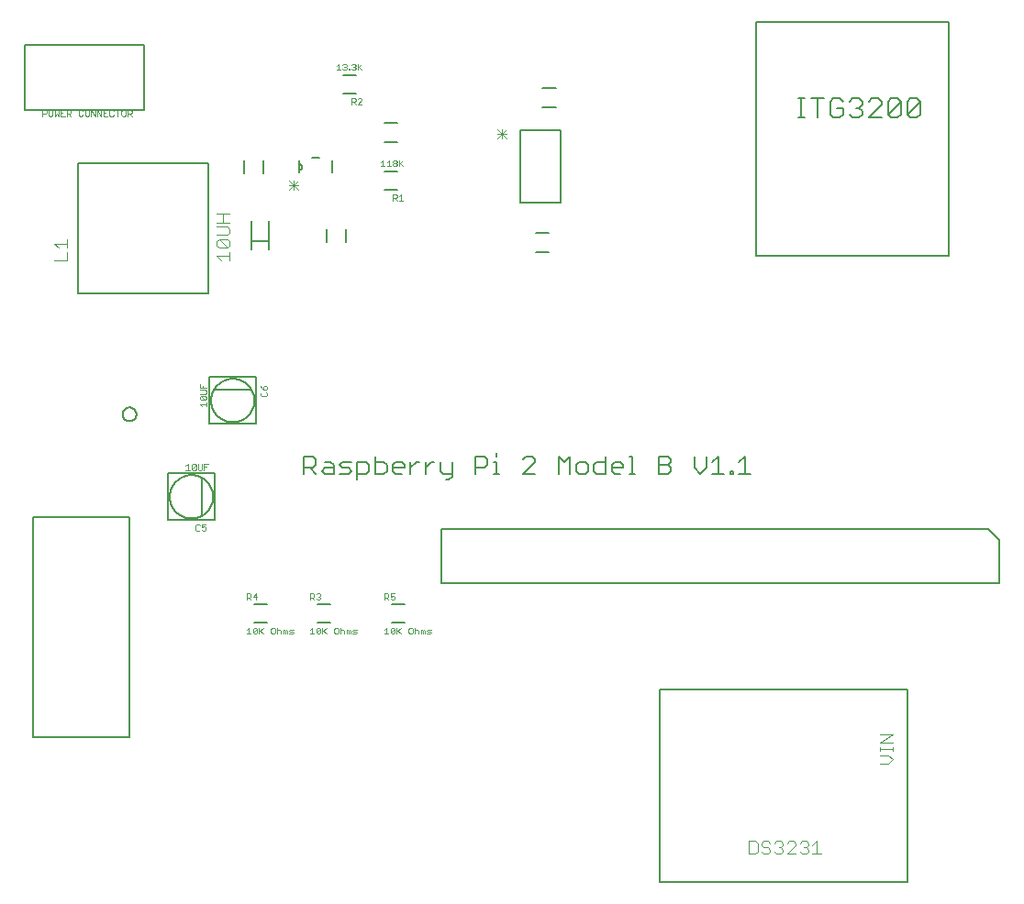
<source format=gto>
G75*
%MOIN*%
%OFA0B0*%
%FSLAX25Y25*%
%IPPOS*%
%LPD*%
%AMOC8*
5,1,8,0,0,1.08239X$1,22.5*
%
%ADD10C,0.00600*%
%ADD11C,0.00500*%
%ADD12C,0.00200*%
%ADD13C,0.00800*%
%ADD14C,0.00400*%
%ADD15C,0.00300*%
D10*
X0086200Y0115100D02*
X0090800Y0115100D01*
X0090800Y0121900D02*
X0086200Y0121900D01*
X0109200Y0121900D02*
X0113800Y0121900D01*
X0113800Y0115100D02*
X0109200Y0115100D01*
X0136200Y0115100D02*
X0140800Y0115100D01*
X0140800Y0121900D02*
X0136200Y0121900D01*
X0123776Y0167165D02*
X0123776Y0173570D01*
X0126979Y0173570D01*
X0128046Y0172503D01*
X0128046Y0170368D01*
X0126979Y0169300D01*
X0123776Y0169300D01*
X0121601Y0170368D02*
X0120533Y0171435D01*
X0118398Y0171435D01*
X0117331Y0172503D01*
X0118398Y0173570D01*
X0121601Y0173570D01*
X0121601Y0170368D02*
X0120533Y0169300D01*
X0117331Y0169300D01*
X0115155Y0169300D02*
X0111953Y0169300D01*
X0110885Y0170368D01*
X0111953Y0171435D01*
X0115155Y0171435D01*
X0115155Y0172503D02*
X0115155Y0169300D01*
X0115155Y0172503D02*
X0114088Y0173570D01*
X0111953Y0173570D01*
X0108710Y0174638D02*
X0108710Y0172503D01*
X0107642Y0171435D01*
X0104440Y0171435D01*
X0106575Y0171435D02*
X0108710Y0169300D01*
X0108710Y0174638D02*
X0107642Y0175705D01*
X0104440Y0175705D01*
X0104440Y0169300D01*
X0130222Y0169300D02*
X0133424Y0169300D01*
X0134492Y0170368D01*
X0134492Y0172503D01*
X0133424Y0173570D01*
X0130222Y0173570D01*
X0130222Y0175705D02*
X0130222Y0169300D01*
X0136667Y0170368D02*
X0136667Y0172503D01*
X0137735Y0173570D01*
X0139870Y0173570D01*
X0140937Y0172503D01*
X0140937Y0171435D01*
X0136667Y0171435D01*
X0136667Y0170368D02*
X0137735Y0169300D01*
X0139870Y0169300D01*
X0143113Y0169300D02*
X0143113Y0173570D01*
X0143113Y0171435D02*
X0145248Y0173570D01*
X0146315Y0173570D01*
X0148484Y0173570D02*
X0148484Y0169300D01*
X0148484Y0171435D02*
X0150619Y0173570D01*
X0151686Y0173570D01*
X0153855Y0173570D02*
X0153855Y0170368D01*
X0154923Y0169300D01*
X0158125Y0169300D01*
X0158125Y0168232D02*
X0157058Y0167165D01*
X0155990Y0167165D01*
X0158125Y0168232D02*
X0158125Y0173570D01*
X0166746Y0171435D02*
X0169949Y0171435D01*
X0171016Y0172503D01*
X0171016Y0174638D01*
X0169949Y0175705D01*
X0166746Y0175705D01*
X0166746Y0169300D01*
X0173191Y0169300D02*
X0175327Y0169300D01*
X0174259Y0169300D02*
X0174259Y0173570D01*
X0173191Y0173570D01*
X0174259Y0175705D02*
X0174259Y0176773D01*
X0183934Y0174638D02*
X0185002Y0175705D01*
X0187137Y0175705D01*
X0188204Y0174638D01*
X0188204Y0173570D01*
X0183934Y0169300D01*
X0188204Y0169300D01*
X0196825Y0169300D02*
X0196825Y0175705D01*
X0198960Y0173570D01*
X0201095Y0175705D01*
X0201095Y0169300D01*
X0203270Y0170368D02*
X0204338Y0169300D01*
X0206473Y0169300D01*
X0207541Y0170368D01*
X0207541Y0172503D01*
X0206473Y0173570D01*
X0204338Y0173570D01*
X0203270Y0172503D01*
X0203270Y0170368D01*
X0209716Y0170368D02*
X0209716Y0172503D01*
X0210784Y0173570D01*
X0213986Y0173570D01*
X0213986Y0175705D02*
X0213986Y0169300D01*
X0210784Y0169300D01*
X0209716Y0170368D01*
X0216161Y0170368D02*
X0216161Y0172503D01*
X0217229Y0173570D01*
X0219364Y0173570D01*
X0220432Y0172503D01*
X0220432Y0171435D01*
X0216161Y0171435D01*
X0216161Y0170368D02*
X0217229Y0169300D01*
X0219364Y0169300D01*
X0222607Y0169300D02*
X0224742Y0169300D01*
X0223675Y0169300D02*
X0223675Y0175705D01*
X0222607Y0175705D01*
X0233349Y0175705D02*
X0233349Y0169300D01*
X0236552Y0169300D01*
X0237620Y0170368D01*
X0237620Y0171435D01*
X0236552Y0172503D01*
X0233349Y0172503D01*
X0233349Y0175705D02*
X0236552Y0175705D01*
X0237620Y0174638D01*
X0237620Y0173570D01*
X0236552Y0172503D01*
X0246240Y0171435D02*
X0248376Y0169300D01*
X0250511Y0171435D01*
X0250511Y0175705D01*
X0252686Y0173570D02*
X0254821Y0175705D01*
X0254821Y0169300D01*
X0252686Y0169300D02*
X0256956Y0169300D01*
X0259131Y0169300D02*
X0260199Y0169300D01*
X0260199Y0170368D01*
X0259131Y0170368D01*
X0259131Y0169300D01*
X0262354Y0169300D02*
X0266625Y0169300D01*
X0264489Y0169300D02*
X0264489Y0175705D01*
X0262354Y0173570D01*
X0246240Y0175705D02*
X0246240Y0171435D01*
X0193400Y0250000D02*
X0188600Y0250000D01*
X0188600Y0257000D02*
X0193400Y0257000D01*
X0197611Y0267859D02*
X0183011Y0267859D01*
X0183011Y0294259D01*
X0197611Y0294259D01*
X0197611Y0267859D01*
X0195900Y0302500D02*
X0191100Y0302500D01*
X0191100Y0309500D02*
X0195900Y0309500D01*
X0138400Y0297000D02*
X0133600Y0297000D01*
X0133600Y0290000D02*
X0138400Y0290000D01*
X0138300Y0279400D02*
X0133700Y0279400D01*
X0133700Y0272600D02*
X0138300Y0272600D01*
X0119500Y0258400D02*
X0119500Y0253600D01*
X0112500Y0253600D02*
X0112500Y0258400D01*
X0114500Y0278900D02*
X0114500Y0283100D01*
X0109800Y0284400D02*
X0107200Y0284400D01*
X0102500Y0283100D02*
X0102500Y0282200D01*
X0102500Y0279800D01*
X0102500Y0278900D01*
X0102500Y0279800D02*
X0102569Y0279802D01*
X0102637Y0279808D01*
X0102705Y0279818D01*
X0102772Y0279831D01*
X0102838Y0279849D01*
X0102903Y0279870D01*
X0102967Y0279895D01*
X0103029Y0279923D01*
X0103090Y0279955D01*
X0103149Y0279990D01*
X0103205Y0280029D01*
X0103260Y0280071D01*
X0103311Y0280116D01*
X0103361Y0280164D01*
X0103407Y0280214D01*
X0103450Y0280267D01*
X0103491Y0280323D01*
X0103528Y0280380D01*
X0103561Y0280440D01*
X0103592Y0280502D01*
X0103618Y0280565D01*
X0103641Y0280629D01*
X0103661Y0280695D01*
X0103676Y0280762D01*
X0103688Y0280829D01*
X0103696Y0280897D01*
X0103700Y0280966D01*
X0103700Y0281034D01*
X0103696Y0281103D01*
X0103688Y0281171D01*
X0103676Y0281238D01*
X0103661Y0281305D01*
X0103641Y0281371D01*
X0103618Y0281435D01*
X0103592Y0281498D01*
X0103561Y0281560D01*
X0103528Y0281620D01*
X0103491Y0281677D01*
X0103450Y0281733D01*
X0103407Y0281786D01*
X0103361Y0281836D01*
X0103311Y0281884D01*
X0103260Y0281929D01*
X0103205Y0281971D01*
X0103149Y0282010D01*
X0103090Y0282045D01*
X0103029Y0282077D01*
X0102967Y0282105D01*
X0102903Y0282130D01*
X0102838Y0282151D01*
X0102772Y0282169D01*
X0102705Y0282182D01*
X0102637Y0282192D01*
X0102569Y0282198D01*
X0102500Y0282200D01*
X0089500Y0283400D02*
X0089500Y0278600D01*
X0082500Y0278600D02*
X0082500Y0283400D01*
X0118700Y0307600D02*
X0123300Y0307600D01*
X0123300Y0314400D02*
X0118700Y0314400D01*
X0283800Y0305806D02*
X0286135Y0305806D01*
X0284968Y0305806D02*
X0284968Y0298800D01*
X0286135Y0298800D02*
X0283800Y0298800D01*
X0290801Y0298800D02*
X0290801Y0305806D01*
X0293136Y0305806D02*
X0288465Y0305806D01*
X0295463Y0304638D02*
X0295463Y0299968D01*
X0296631Y0298800D01*
X0298966Y0298800D01*
X0300134Y0299968D01*
X0300134Y0302303D01*
X0297799Y0302303D01*
X0300134Y0304638D02*
X0298966Y0305806D01*
X0296631Y0305806D01*
X0295463Y0304638D01*
X0302461Y0304638D02*
X0303629Y0305806D01*
X0305964Y0305806D01*
X0307132Y0304638D01*
X0307132Y0303471D01*
X0305964Y0302303D01*
X0307132Y0301135D01*
X0307132Y0299968D01*
X0305964Y0298800D01*
X0303629Y0298800D01*
X0302461Y0299968D01*
X0304797Y0302303D02*
X0305964Y0302303D01*
X0309459Y0304638D02*
X0310627Y0305806D01*
X0312962Y0305806D01*
X0314130Y0304638D01*
X0314130Y0303471D01*
X0309459Y0298800D01*
X0314130Y0298800D01*
X0316457Y0299968D02*
X0321128Y0304638D01*
X0321128Y0299968D01*
X0319960Y0298800D01*
X0317625Y0298800D01*
X0316457Y0299968D01*
X0316457Y0304638D01*
X0317625Y0305806D01*
X0319960Y0305806D01*
X0321128Y0304638D01*
X0323455Y0304638D02*
X0323455Y0299968D01*
X0328126Y0304638D01*
X0328126Y0299968D01*
X0326958Y0298800D01*
X0324623Y0298800D01*
X0323455Y0299968D01*
X0323455Y0304638D02*
X0324623Y0305806D01*
X0326958Y0305806D01*
X0328126Y0304638D01*
D11*
X0041000Y0073500D02*
X0006000Y0073500D01*
X0006000Y0153500D01*
X0041000Y0153500D01*
X0041000Y0073500D01*
X0055035Y0152535D02*
X0055035Y0169465D01*
X0071965Y0169465D01*
X0071965Y0152535D01*
X0055035Y0152535D01*
X0055626Y0161000D02*
X0055628Y0161193D01*
X0055635Y0161386D01*
X0055647Y0161579D01*
X0055664Y0161772D01*
X0055685Y0161964D01*
X0055711Y0162155D01*
X0055742Y0162346D01*
X0055777Y0162536D01*
X0055817Y0162725D01*
X0055862Y0162913D01*
X0055911Y0163100D01*
X0055965Y0163286D01*
X0056023Y0163470D01*
X0056086Y0163653D01*
X0056154Y0163834D01*
X0056225Y0164013D01*
X0056302Y0164191D01*
X0056382Y0164367D01*
X0056467Y0164540D01*
X0056556Y0164712D01*
X0056649Y0164881D01*
X0056746Y0165048D01*
X0056848Y0165213D01*
X0056953Y0165375D01*
X0057062Y0165534D01*
X0057176Y0165691D01*
X0057293Y0165844D01*
X0057413Y0165995D01*
X0057538Y0166143D01*
X0057666Y0166288D01*
X0057797Y0166429D01*
X0057932Y0166568D01*
X0058071Y0166703D01*
X0058212Y0166834D01*
X0058357Y0166962D01*
X0058505Y0167087D01*
X0058656Y0167207D01*
X0058809Y0167324D01*
X0058966Y0167438D01*
X0059125Y0167547D01*
X0059287Y0167652D01*
X0059452Y0167754D01*
X0059619Y0167851D01*
X0059788Y0167944D01*
X0059960Y0168033D01*
X0060133Y0168118D01*
X0060309Y0168198D01*
X0060487Y0168275D01*
X0060666Y0168346D01*
X0060847Y0168414D01*
X0061030Y0168477D01*
X0061214Y0168535D01*
X0061400Y0168589D01*
X0061587Y0168638D01*
X0061775Y0168683D01*
X0061964Y0168723D01*
X0062154Y0168758D01*
X0062345Y0168789D01*
X0062536Y0168815D01*
X0062728Y0168836D01*
X0062921Y0168853D01*
X0063114Y0168865D01*
X0063307Y0168872D01*
X0063500Y0168874D01*
X0063693Y0168872D01*
X0063886Y0168865D01*
X0064079Y0168853D01*
X0064272Y0168836D01*
X0064464Y0168815D01*
X0064655Y0168789D01*
X0064846Y0168758D01*
X0065036Y0168723D01*
X0065225Y0168683D01*
X0065413Y0168638D01*
X0065600Y0168589D01*
X0065786Y0168535D01*
X0065970Y0168477D01*
X0066153Y0168414D01*
X0066334Y0168346D01*
X0066513Y0168275D01*
X0066691Y0168198D01*
X0066867Y0168118D01*
X0067040Y0168033D01*
X0067212Y0167944D01*
X0067381Y0167851D01*
X0067548Y0167754D01*
X0067713Y0167652D01*
X0067875Y0167547D01*
X0068034Y0167438D01*
X0068191Y0167324D01*
X0068344Y0167207D01*
X0068495Y0167087D01*
X0068643Y0166962D01*
X0068788Y0166834D01*
X0068929Y0166703D01*
X0069068Y0166568D01*
X0069203Y0166429D01*
X0069334Y0166288D01*
X0069462Y0166143D01*
X0069587Y0165995D01*
X0069707Y0165844D01*
X0069824Y0165691D01*
X0069938Y0165534D01*
X0070047Y0165375D01*
X0070152Y0165213D01*
X0070254Y0165048D01*
X0070351Y0164881D01*
X0070444Y0164712D01*
X0070533Y0164540D01*
X0070618Y0164367D01*
X0070698Y0164191D01*
X0070775Y0164013D01*
X0070846Y0163834D01*
X0070914Y0163653D01*
X0070977Y0163470D01*
X0071035Y0163286D01*
X0071089Y0163100D01*
X0071138Y0162913D01*
X0071183Y0162725D01*
X0071223Y0162536D01*
X0071258Y0162346D01*
X0071289Y0162155D01*
X0071315Y0161964D01*
X0071336Y0161772D01*
X0071353Y0161579D01*
X0071365Y0161386D01*
X0071372Y0161193D01*
X0071374Y0161000D01*
X0071372Y0160807D01*
X0071365Y0160614D01*
X0071353Y0160421D01*
X0071336Y0160228D01*
X0071315Y0160036D01*
X0071289Y0159845D01*
X0071258Y0159654D01*
X0071223Y0159464D01*
X0071183Y0159275D01*
X0071138Y0159087D01*
X0071089Y0158900D01*
X0071035Y0158714D01*
X0070977Y0158530D01*
X0070914Y0158347D01*
X0070846Y0158166D01*
X0070775Y0157987D01*
X0070698Y0157809D01*
X0070618Y0157633D01*
X0070533Y0157460D01*
X0070444Y0157288D01*
X0070351Y0157119D01*
X0070254Y0156952D01*
X0070152Y0156787D01*
X0070047Y0156625D01*
X0069938Y0156466D01*
X0069824Y0156309D01*
X0069707Y0156156D01*
X0069587Y0156005D01*
X0069462Y0155857D01*
X0069334Y0155712D01*
X0069203Y0155571D01*
X0069068Y0155432D01*
X0068929Y0155297D01*
X0068788Y0155166D01*
X0068643Y0155038D01*
X0068495Y0154913D01*
X0068344Y0154793D01*
X0068191Y0154676D01*
X0068034Y0154562D01*
X0067875Y0154453D01*
X0067713Y0154348D01*
X0067548Y0154246D01*
X0067381Y0154149D01*
X0067212Y0154056D01*
X0067040Y0153967D01*
X0066867Y0153882D01*
X0066691Y0153802D01*
X0066513Y0153725D01*
X0066334Y0153654D01*
X0066153Y0153586D01*
X0065970Y0153523D01*
X0065786Y0153465D01*
X0065600Y0153411D01*
X0065413Y0153362D01*
X0065225Y0153317D01*
X0065036Y0153277D01*
X0064846Y0153242D01*
X0064655Y0153211D01*
X0064464Y0153185D01*
X0064272Y0153164D01*
X0064079Y0153147D01*
X0063886Y0153135D01*
X0063693Y0153128D01*
X0063500Y0153126D01*
X0063307Y0153128D01*
X0063114Y0153135D01*
X0062921Y0153147D01*
X0062728Y0153164D01*
X0062536Y0153185D01*
X0062345Y0153211D01*
X0062154Y0153242D01*
X0061964Y0153277D01*
X0061775Y0153317D01*
X0061587Y0153362D01*
X0061400Y0153411D01*
X0061214Y0153465D01*
X0061030Y0153523D01*
X0060847Y0153586D01*
X0060666Y0153654D01*
X0060487Y0153725D01*
X0060309Y0153802D01*
X0060133Y0153882D01*
X0059960Y0153967D01*
X0059788Y0154056D01*
X0059619Y0154149D01*
X0059452Y0154246D01*
X0059287Y0154348D01*
X0059125Y0154453D01*
X0058966Y0154562D01*
X0058809Y0154676D01*
X0058656Y0154793D01*
X0058505Y0154913D01*
X0058357Y0155038D01*
X0058212Y0155166D01*
X0058071Y0155297D01*
X0057932Y0155432D01*
X0057797Y0155571D01*
X0057666Y0155712D01*
X0057538Y0155857D01*
X0057413Y0156005D01*
X0057293Y0156156D01*
X0057176Y0156309D01*
X0057062Y0156466D01*
X0056953Y0156625D01*
X0056848Y0156787D01*
X0056746Y0156952D01*
X0056649Y0157119D01*
X0056556Y0157288D01*
X0056467Y0157460D01*
X0056382Y0157633D01*
X0056302Y0157809D01*
X0056225Y0157987D01*
X0056154Y0158166D01*
X0056086Y0158347D01*
X0056023Y0158530D01*
X0055965Y0158714D01*
X0055911Y0158900D01*
X0055862Y0159087D01*
X0055817Y0159275D01*
X0055777Y0159464D01*
X0055742Y0159654D01*
X0055711Y0159845D01*
X0055685Y0160036D01*
X0055664Y0160228D01*
X0055647Y0160421D01*
X0055635Y0160614D01*
X0055628Y0160807D01*
X0055626Y0161000D01*
X0067437Y0167890D02*
X0067437Y0154110D01*
X0070035Y0187535D02*
X0086965Y0187535D01*
X0086965Y0204465D01*
X0070035Y0204465D01*
X0070035Y0187535D01*
X0070626Y0196000D02*
X0070628Y0196193D01*
X0070635Y0196386D01*
X0070647Y0196579D01*
X0070664Y0196772D01*
X0070685Y0196964D01*
X0070711Y0197155D01*
X0070742Y0197346D01*
X0070777Y0197536D01*
X0070817Y0197725D01*
X0070862Y0197913D01*
X0070911Y0198100D01*
X0070965Y0198286D01*
X0071023Y0198470D01*
X0071086Y0198653D01*
X0071154Y0198834D01*
X0071225Y0199013D01*
X0071302Y0199191D01*
X0071382Y0199367D01*
X0071467Y0199540D01*
X0071556Y0199712D01*
X0071649Y0199881D01*
X0071746Y0200048D01*
X0071848Y0200213D01*
X0071953Y0200375D01*
X0072062Y0200534D01*
X0072176Y0200691D01*
X0072293Y0200844D01*
X0072413Y0200995D01*
X0072538Y0201143D01*
X0072666Y0201288D01*
X0072797Y0201429D01*
X0072932Y0201568D01*
X0073071Y0201703D01*
X0073212Y0201834D01*
X0073357Y0201962D01*
X0073505Y0202087D01*
X0073656Y0202207D01*
X0073809Y0202324D01*
X0073966Y0202438D01*
X0074125Y0202547D01*
X0074287Y0202652D01*
X0074452Y0202754D01*
X0074619Y0202851D01*
X0074788Y0202944D01*
X0074960Y0203033D01*
X0075133Y0203118D01*
X0075309Y0203198D01*
X0075487Y0203275D01*
X0075666Y0203346D01*
X0075847Y0203414D01*
X0076030Y0203477D01*
X0076214Y0203535D01*
X0076400Y0203589D01*
X0076587Y0203638D01*
X0076775Y0203683D01*
X0076964Y0203723D01*
X0077154Y0203758D01*
X0077345Y0203789D01*
X0077536Y0203815D01*
X0077728Y0203836D01*
X0077921Y0203853D01*
X0078114Y0203865D01*
X0078307Y0203872D01*
X0078500Y0203874D01*
X0078693Y0203872D01*
X0078886Y0203865D01*
X0079079Y0203853D01*
X0079272Y0203836D01*
X0079464Y0203815D01*
X0079655Y0203789D01*
X0079846Y0203758D01*
X0080036Y0203723D01*
X0080225Y0203683D01*
X0080413Y0203638D01*
X0080600Y0203589D01*
X0080786Y0203535D01*
X0080970Y0203477D01*
X0081153Y0203414D01*
X0081334Y0203346D01*
X0081513Y0203275D01*
X0081691Y0203198D01*
X0081867Y0203118D01*
X0082040Y0203033D01*
X0082212Y0202944D01*
X0082381Y0202851D01*
X0082548Y0202754D01*
X0082713Y0202652D01*
X0082875Y0202547D01*
X0083034Y0202438D01*
X0083191Y0202324D01*
X0083344Y0202207D01*
X0083495Y0202087D01*
X0083643Y0201962D01*
X0083788Y0201834D01*
X0083929Y0201703D01*
X0084068Y0201568D01*
X0084203Y0201429D01*
X0084334Y0201288D01*
X0084462Y0201143D01*
X0084587Y0200995D01*
X0084707Y0200844D01*
X0084824Y0200691D01*
X0084938Y0200534D01*
X0085047Y0200375D01*
X0085152Y0200213D01*
X0085254Y0200048D01*
X0085351Y0199881D01*
X0085444Y0199712D01*
X0085533Y0199540D01*
X0085618Y0199367D01*
X0085698Y0199191D01*
X0085775Y0199013D01*
X0085846Y0198834D01*
X0085914Y0198653D01*
X0085977Y0198470D01*
X0086035Y0198286D01*
X0086089Y0198100D01*
X0086138Y0197913D01*
X0086183Y0197725D01*
X0086223Y0197536D01*
X0086258Y0197346D01*
X0086289Y0197155D01*
X0086315Y0196964D01*
X0086336Y0196772D01*
X0086353Y0196579D01*
X0086365Y0196386D01*
X0086372Y0196193D01*
X0086374Y0196000D01*
X0086372Y0195807D01*
X0086365Y0195614D01*
X0086353Y0195421D01*
X0086336Y0195228D01*
X0086315Y0195036D01*
X0086289Y0194845D01*
X0086258Y0194654D01*
X0086223Y0194464D01*
X0086183Y0194275D01*
X0086138Y0194087D01*
X0086089Y0193900D01*
X0086035Y0193714D01*
X0085977Y0193530D01*
X0085914Y0193347D01*
X0085846Y0193166D01*
X0085775Y0192987D01*
X0085698Y0192809D01*
X0085618Y0192633D01*
X0085533Y0192460D01*
X0085444Y0192288D01*
X0085351Y0192119D01*
X0085254Y0191952D01*
X0085152Y0191787D01*
X0085047Y0191625D01*
X0084938Y0191466D01*
X0084824Y0191309D01*
X0084707Y0191156D01*
X0084587Y0191005D01*
X0084462Y0190857D01*
X0084334Y0190712D01*
X0084203Y0190571D01*
X0084068Y0190432D01*
X0083929Y0190297D01*
X0083788Y0190166D01*
X0083643Y0190038D01*
X0083495Y0189913D01*
X0083344Y0189793D01*
X0083191Y0189676D01*
X0083034Y0189562D01*
X0082875Y0189453D01*
X0082713Y0189348D01*
X0082548Y0189246D01*
X0082381Y0189149D01*
X0082212Y0189056D01*
X0082040Y0188967D01*
X0081867Y0188882D01*
X0081691Y0188802D01*
X0081513Y0188725D01*
X0081334Y0188654D01*
X0081153Y0188586D01*
X0080970Y0188523D01*
X0080786Y0188465D01*
X0080600Y0188411D01*
X0080413Y0188362D01*
X0080225Y0188317D01*
X0080036Y0188277D01*
X0079846Y0188242D01*
X0079655Y0188211D01*
X0079464Y0188185D01*
X0079272Y0188164D01*
X0079079Y0188147D01*
X0078886Y0188135D01*
X0078693Y0188128D01*
X0078500Y0188126D01*
X0078307Y0188128D01*
X0078114Y0188135D01*
X0077921Y0188147D01*
X0077728Y0188164D01*
X0077536Y0188185D01*
X0077345Y0188211D01*
X0077154Y0188242D01*
X0076964Y0188277D01*
X0076775Y0188317D01*
X0076587Y0188362D01*
X0076400Y0188411D01*
X0076214Y0188465D01*
X0076030Y0188523D01*
X0075847Y0188586D01*
X0075666Y0188654D01*
X0075487Y0188725D01*
X0075309Y0188802D01*
X0075133Y0188882D01*
X0074960Y0188967D01*
X0074788Y0189056D01*
X0074619Y0189149D01*
X0074452Y0189246D01*
X0074287Y0189348D01*
X0074125Y0189453D01*
X0073966Y0189562D01*
X0073809Y0189676D01*
X0073656Y0189793D01*
X0073505Y0189913D01*
X0073357Y0190038D01*
X0073212Y0190166D01*
X0073071Y0190297D01*
X0072932Y0190432D01*
X0072797Y0190571D01*
X0072666Y0190712D01*
X0072538Y0190857D01*
X0072413Y0191005D01*
X0072293Y0191156D01*
X0072176Y0191309D01*
X0072062Y0191466D01*
X0071953Y0191625D01*
X0071848Y0191787D01*
X0071746Y0191952D01*
X0071649Y0192119D01*
X0071556Y0192288D01*
X0071467Y0192460D01*
X0071382Y0192633D01*
X0071302Y0192809D01*
X0071225Y0192987D01*
X0071154Y0193166D01*
X0071086Y0193347D01*
X0071023Y0193530D01*
X0070965Y0193714D01*
X0070911Y0193900D01*
X0070862Y0194087D01*
X0070817Y0194275D01*
X0070777Y0194464D01*
X0070742Y0194654D01*
X0070711Y0194845D01*
X0070685Y0195036D01*
X0070664Y0195228D01*
X0070647Y0195421D01*
X0070635Y0195614D01*
X0070628Y0195807D01*
X0070626Y0196000D01*
X0071610Y0199937D02*
X0085390Y0199937D01*
X0069622Y0234878D02*
X0022378Y0234878D01*
X0022378Y0282122D01*
X0069622Y0282122D01*
X0069622Y0234878D01*
X0038500Y0191000D02*
X0038502Y0191099D01*
X0038508Y0191199D01*
X0038518Y0191298D01*
X0038532Y0191396D01*
X0038549Y0191494D01*
X0038571Y0191591D01*
X0038596Y0191687D01*
X0038625Y0191782D01*
X0038658Y0191876D01*
X0038695Y0191968D01*
X0038735Y0192059D01*
X0038779Y0192148D01*
X0038827Y0192236D01*
X0038878Y0192321D01*
X0038932Y0192404D01*
X0038989Y0192486D01*
X0039050Y0192564D01*
X0039114Y0192641D01*
X0039180Y0192714D01*
X0039250Y0192785D01*
X0039322Y0192853D01*
X0039397Y0192919D01*
X0039475Y0192981D01*
X0039555Y0193040D01*
X0039637Y0193096D01*
X0039721Y0193148D01*
X0039808Y0193197D01*
X0039896Y0193243D01*
X0039986Y0193285D01*
X0040078Y0193324D01*
X0040171Y0193359D01*
X0040265Y0193390D01*
X0040361Y0193417D01*
X0040458Y0193440D01*
X0040555Y0193460D01*
X0040653Y0193476D01*
X0040752Y0193488D01*
X0040851Y0193496D01*
X0040950Y0193500D01*
X0041050Y0193500D01*
X0041149Y0193496D01*
X0041248Y0193488D01*
X0041347Y0193476D01*
X0041445Y0193460D01*
X0041542Y0193440D01*
X0041639Y0193417D01*
X0041735Y0193390D01*
X0041829Y0193359D01*
X0041922Y0193324D01*
X0042014Y0193285D01*
X0042104Y0193243D01*
X0042192Y0193197D01*
X0042279Y0193148D01*
X0042363Y0193096D01*
X0042445Y0193040D01*
X0042525Y0192981D01*
X0042603Y0192919D01*
X0042678Y0192853D01*
X0042750Y0192785D01*
X0042820Y0192714D01*
X0042886Y0192641D01*
X0042950Y0192564D01*
X0043011Y0192486D01*
X0043068Y0192404D01*
X0043122Y0192321D01*
X0043173Y0192236D01*
X0043221Y0192148D01*
X0043265Y0192059D01*
X0043305Y0191968D01*
X0043342Y0191876D01*
X0043375Y0191782D01*
X0043404Y0191687D01*
X0043429Y0191591D01*
X0043451Y0191494D01*
X0043468Y0191396D01*
X0043482Y0191298D01*
X0043492Y0191199D01*
X0043498Y0191099D01*
X0043500Y0191000D01*
X0043498Y0190901D01*
X0043492Y0190801D01*
X0043482Y0190702D01*
X0043468Y0190604D01*
X0043451Y0190506D01*
X0043429Y0190409D01*
X0043404Y0190313D01*
X0043375Y0190218D01*
X0043342Y0190124D01*
X0043305Y0190032D01*
X0043265Y0189941D01*
X0043221Y0189852D01*
X0043173Y0189764D01*
X0043122Y0189679D01*
X0043068Y0189596D01*
X0043011Y0189514D01*
X0042950Y0189436D01*
X0042886Y0189359D01*
X0042820Y0189286D01*
X0042750Y0189215D01*
X0042678Y0189147D01*
X0042603Y0189081D01*
X0042525Y0189019D01*
X0042445Y0188960D01*
X0042363Y0188904D01*
X0042279Y0188852D01*
X0042192Y0188803D01*
X0042104Y0188757D01*
X0042014Y0188715D01*
X0041922Y0188676D01*
X0041829Y0188641D01*
X0041735Y0188610D01*
X0041639Y0188583D01*
X0041542Y0188560D01*
X0041445Y0188540D01*
X0041347Y0188524D01*
X0041248Y0188512D01*
X0041149Y0188504D01*
X0041050Y0188500D01*
X0040950Y0188500D01*
X0040851Y0188504D01*
X0040752Y0188512D01*
X0040653Y0188524D01*
X0040555Y0188540D01*
X0040458Y0188560D01*
X0040361Y0188583D01*
X0040265Y0188610D01*
X0040171Y0188641D01*
X0040078Y0188676D01*
X0039986Y0188715D01*
X0039896Y0188757D01*
X0039808Y0188803D01*
X0039721Y0188852D01*
X0039637Y0188904D01*
X0039555Y0188960D01*
X0039475Y0189019D01*
X0039397Y0189081D01*
X0039322Y0189147D01*
X0039250Y0189215D01*
X0039180Y0189286D01*
X0039114Y0189359D01*
X0039050Y0189436D01*
X0038989Y0189514D01*
X0038932Y0189596D01*
X0038878Y0189679D01*
X0038827Y0189764D01*
X0038779Y0189852D01*
X0038735Y0189941D01*
X0038695Y0190032D01*
X0038658Y0190124D01*
X0038625Y0190218D01*
X0038596Y0190313D01*
X0038571Y0190409D01*
X0038549Y0190506D01*
X0038532Y0190604D01*
X0038518Y0190702D01*
X0038508Y0190801D01*
X0038502Y0190901D01*
X0038500Y0191000D01*
X0046374Y0301689D02*
X0003067Y0301689D01*
X0003067Y0325311D01*
X0046374Y0325311D01*
X0046374Y0301689D01*
X0154213Y0149143D02*
X0154213Y0129457D01*
X0356969Y0129457D01*
X0356969Y0145206D01*
X0353031Y0149143D01*
X0154213Y0149143D01*
X0233500Y0091000D02*
X0233500Y0021000D01*
X0323500Y0021000D01*
X0323500Y0091000D01*
X0233500Y0091000D01*
X0268500Y0248500D02*
X0268500Y0333500D01*
X0338500Y0333500D01*
X0338500Y0248500D01*
X0268500Y0248500D01*
D12*
X0140358Y0268700D02*
X0138890Y0268700D01*
X0139624Y0268700D02*
X0139624Y0270902D01*
X0138890Y0270168D01*
X0138148Y0270535D02*
X0138148Y0269801D01*
X0137781Y0269434D01*
X0136680Y0269434D01*
X0136680Y0268700D02*
X0136680Y0270902D01*
X0137781Y0270902D01*
X0138148Y0270535D01*
X0137414Y0269434D02*
X0138148Y0268700D01*
X0137781Y0281200D02*
X0137047Y0281200D01*
X0136680Y0281567D01*
X0136680Y0281934D01*
X0137047Y0282301D01*
X0137781Y0282301D01*
X0138148Y0281934D01*
X0138148Y0281567D01*
X0137781Y0281200D01*
X0137781Y0282301D02*
X0138148Y0282668D01*
X0138148Y0283035D01*
X0137781Y0283402D01*
X0137047Y0283402D01*
X0136680Y0283035D01*
X0136680Y0282668D01*
X0137047Y0282301D01*
X0135938Y0281200D02*
X0134470Y0281200D01*
X0135204Y0281200D02*
X0135204Y0283402D01*
X0134470Y0282668D01*
X0133728Y0281200D02*
X0132260Y0281200D01*
X0132994Y0281200D02*
X0132994Y0283402D01*
X0132260Y0282668D01*
X0138890Y0283402D02*
X0138890Y0281200D01*
X0138890Y0281934D02*
X0140358Y0283402D01*
X0139257Y0282301D02*
X0140358Y0281200D01*
X0125358Y0303700D02*
X0123890Y0303700D01*
X0125358Y0305168D01*
X0125358Y0305535D01*
X0124991Y0305902D01*
X0124257Y0305902D01*
X0123890Y0305535D01*
X0123148Y0305535D02*
X0123148Y0304801D01*
X0122781Y0304434D01*
X0121680Y0304434D01*
X0121680Y0303700D02*
X0121680Y0305902D01*
X0122781Y0305902D01*
X0123148Y0305535D01*
X0122414Y0304434D02*
X0123148Y0303700D01*
X0122781Y0316200D02*
X0122047Y0316200D01*
X0121680Y0316567D01*
X0120942Y0316567D02*
X0120942Y0316200D01*
X0120575Y0316200D01*
X0120575Y0316567D01*
X0120942Y0316567D01*
X0119833Y0316567D02*
X0119466Y0316200D01*
X0118732Y0316200D01*
X0118365Y0316567D01*
X0117623Y0316200D02*
X0116156Y0316200D01*
X0116889Y0316200D02*
X0116889Y0318402D01*
X0116156Y0317668D01*
X0118365Y0318035D02*
X0118732Y0318402D01*
X0119466Y0318402D01*
X0119833Y0318035D01*
X0119833Y0317668D01*
X0119466Y0317301D01*
X0119833Y0316934D01*
X0119833Y0316567D01*
X0119466Y0317301D02*
X0119099Y0317301D01*
X0121680Y0318035D02*
X0122047Y0318402D01*
X0122781Y0318402D01*
X0123148Y0318035D01*
X0123148Y0317668D01*
X0122781Y0317301D01*
X0123148Y0316934D01*
X0123148Y0316567D01*
X0122781Y0316200D01*
X0122781Y0317301D02*
X0122414Y0317301D01*
X0123890Y0316934D02*
X0125358Y0318402D01*
X0123890Y0318402D02*
X0123890Y0316200D01*
X0124257Y0317301D02*
X0125358Y0316200D01*
X0041795Y0301224D02*
X0041795Y0300490D01*
X0041428Y0300123D01*
X0040327Y0300123D01*
X0041061Y0300123D02*
X0041795Y0299389D01*
X0040327Y0299389D02*
X0040327Y0301591D01*
X0041428Y0301591D01*
X0041795Y0301224D01*
X0039585Y0301224D02*
X0039218Y0301591D01*
X0038484Y0301591D01*
X0038117Y0301224D01*
X0038117Y0299756D01*
X0038484Y0299389D01*
X0039218Y0299389D01*
X0039585Y0299756D01*
X0039585Y0301224D01*
X0037375Y0301591D02*
X0035907Y0301591D01*
X0036641Y0301591D02*
X0036641Y0299389D01*
X0035165Y0299756D02*
X0034798Y0299389D01*
X0034064Y0299389D01*
X0033697Y0299756D01*
X0033697Y0301224D01*
X0034064Y0301591D01*
X0034798Y0301591D01*
X0035165Y0301224D01*
X0032955Y0301591D02*
X0031487Y0301591D01*
X0031487Y0299389D01*
X0032955Y0299389D01*
X0032221Y0300490D02*
X0031487Y0300490D01*
X0030746Y0299389D02*
X0030746Y0301591D01*
X0029278Y0301591D02*
X0030746Y0299389D01*
X0029278Y0299389D02*
X0029278Y0301591D01*
X0028536Y0301591D02*
X0028536Y0299389D01*
X0027068Y0301591D01*
X0027068Y0299389D01*
X0026326Y0299756D02*
X0026326Y0301224D01*
X0025959Y0301591D01*
X0025225Y0301591D01*
X0024858Y0301224D01*
X0024858Y0299756D01*
X0025225Y0299389D01*
X0025959Y0299389D01*
X0026326Y0299756D01*
X0024116Y0299756D02*
X0023749Y0299389D01*
X0023015Y0299389D01*
X0022648Y0299756D01*
X0022648Y0301224D01*
X0023015Y0301591D01*
X0023749Y0301591D01*
X0024116Y0301224D01*
X0019696Y0301224D02*
X0019329Y0301591D01*
X0018228Y0301591D01*
X0018228Y0299389D01*
X0018228Y0300123D02*
X0019329Y0300123D01*
X0019696Y0300490D01*
X0019696Y0301224D01*
X0018962Y0300123D02*
X0019696Y0299389D01*
X0017486Y0299389D02*
X0016018Y0299389D01*
X0016018Y0301591D01*
X0017486Y0301591D01*
X0016752Y0300490D02*
X0016018Y0300490D01*
X0015276Y0299389D02*
X0015276Y0301591D01*
X0013808Y0301591D02*
X0013808Y0299389D01*
X0014542Y0300123D01*
X0015276Y0299389D01*
X0013066Y0299756D02*
X0013066Y0301224D01*
X0012699Y0301591D01*
X0011966Y0301591D01*
X0011599Y0301224D01*
X0011599Y0299756D01*
X0011966Y0299389D01*
X0012699Y0299389D01*
X0013066Y0299756D01*
X0010857Y0300490D02*
X0010490Y0300123D01*
X0009389Y0300123D01*
X0009389Y0299389D02*
X0009389Y0301591D01*
X0010490Y0301591D01*
X0010857Y0301224D01*
X0010857Y0300490D01*
X0066590Y0202051D02*
X0066590Y0200583D01*
X0068792Y0200583D01*
X0068425Y0199841D02*
X0066590Y0199841D01*
X0067691Y0200583D02*
X0067691Y0201317D01*
X0068425Y0199841D02*
X0068792Y0199474D01*
X0068792Y0198740D01*
X0068425Y0198373D01*
X0066590Y0198373D01*
X0066957Y0197631D02*
X0068425Y0196163D01*
X0068792Y0196530D01*
X0068792Y0197264D01*
X0068425Y0197631D01*
X0066957Y0197631D01*
X0066590Y0197264D01*
X0066590Y0196530D01*
X0066957Y0196163D01*
X0068425Y0196163D01*
X0068792Y0195421D02*
X0068792Y0193953D01*
X0068792Y0194687D02*
X0066590Y0194687D01*
X0067324Y0193953D01*
X0067341Y0172910D02*
X0067341Y0171075D01*
X0066974Y0170708D01*
X0066240Y0170708D01*
X0065873Y0171075D01*
X0065873Y0172910D01*
X0065131Y0172543D02*
X0064764Y0172910D01*
X0064030Y0172910D01*
X0063663Y0172543D01*
X0063663Y0171075D01*
X0065131Y0172543D01*
X0065131Y0171075D01*
X0064764Y0170708D01*
X0064030Y0170708D01*
X0063663Y0171075D01*
X0062921Y0170708D02*
X0061453Y0170708D01*
X0062187Y0170708D02*
X0062187Y0172910D01*
X0061453Y0172176D01*
X0068083Y0171809D02*
X0068817Y0171809D01*
X0068083Y0172910D02*
X0069551Y0172910D01*
X0068083Y0172910D02*
X0068083Y0170708D01*
X0068764Y0150863D02*
X0067296Y0150863D01*
X0067296Y0149762D01*
X0068030Y0150129D01*
X0068397Y0150129D01*
X0068764Y0149762D01*
X0068764Y0149028D01*
X0068397Y0148661D01*
X0067663Y0148661D01*
X0067296Y0149028D01*
X0066554Y0149028D02*
X0066187Y0148661D01*
X0065453Y0148661D01*
X0065086Y0149028D01*
X0065086Y0150496D01*
X0065453Y0150863D01*
X0066187Y0150863D01*
X0066554Y0150496D01*
X0083600Y0125802D02*
X0084701Y0125802D01*
X0085068Y0125435D01*
X0085068Y0124701D01*
X0084701Y0124334D01*
X0083600Y0124334D01*
X0084334Y0124334D02*
X0085068Y0123600D01*
X0085810Y0124701D02*
X0087278Y0124701D01*
X0086911Y0125802D02*
X0085810Y0124701D01*
X0086911Y0123600D02*
X0086911Y0125802D01*
X0083600Y0125802D02*
X0083600Y0123600D01*
X0084334Y0113302D02*
X0084334Y0111100D01*
X0083600Y0111100D02*
X0085068Y0111100D01*
X0085810Y0111467D02*
X0087278Y0112935D01*
X0087278Y0111467D01*
X0086911Y0111100D01*
X0086177Y0111100D01*
X0085810Y0111467D01*
X0085810Y0112935D01*
X0086177Y0113302D01*
X0086911Y0113302D01*
X0087278Y0112935D01*
X0088020Y0113302D02*
X0088020Y0111100D01*
X0088020Y0111834D02*
X0089488Y0113302D01*
X0088387Y0112201D02*
X0089488Y0111100D01*
X0092440Y0111467D02*
X0092806Y0111100D01*
X0093540Y0111100D01*
X0093907Y0111467D01*
X0093907Y0112935D01*
X0093540Y0113302D01*
X0092806Y0113302D01*
X0092440Y0112935D01*
X0092440Y0111467D01*
X0094649Y0111100D02*
X0094649Y0113302D01*
X0095016Y0112568D02*
X0095750Y0112568D01*
X0096117Y0112201D01*
X0096117Y0111100D01*
X0096859Y0111100D02*
X0096859Y0112568D01*
X0097226Y0112568D01*
X0097593Y0112201D01*
X0097960Y0112568D01*
X0098327Y0112201D01*
X0098327Y0111100D01*
X0097593Y0111100D02*
X0097593Y0112201D01*
X0099069Y0112201D02*
X0099436Y0112568D01*
X0100537Y0112568D01*
X0100170Y0111834D02*
X0099436Y0111834D01*
X0099069Y0112201D01*
X0099069Y0111100D02*
X0100170Y0111100D01*
X0100537Y0111467D01*
X0100170Y0111834D01*
X0095016Y0112568D02*
X0094649Y0112201D01*
X0084334Y0113302D02*
X0083600Y0112568D01*
X0106600Y0112568D02*
X0107334Y0113302D01*
X0107334Y0111100D01*
X0106600Y0111100D02*
X0108068Y0111100D01*
X0108810Y0111467D02*
X0110278Y0112935D01*
X0110278Y0111467D01*
X0109911Y0111100D01*
X0109177Y0111100D01*
X0108810Y0111467D01*
X0108810Y0112935D01*
X0109177Y0113302D01*
X0109911Y0113302D01*
X0110278Y0112935D01*
X0111020Y0113302D02*
X0111020Y0111100D01*
X0111020Y0111834D02*
X0112488Y0113302D01*
X0111387Y0112201D02*
X0112488Y0111100D01*
X0115440Y0111467D02*
X0115440Y0112935D01*
X0115806Y0113302D01*
X0116540Y0113302D01*
X0116907Y0112935D01*
X0116907Y0111467D01*
X0116540Y0111100D01*
X0115806Y0111100D01*
X0115440Y0111467D01*
X0117649Y0111100D02*
X0117649Y0113302D01*
X0118016Y0112568D02*
X0118750Y0112568D01*
X0119117Y0112201D01*
X0119117Y0111100D01*
X0119859Y0111100D02*
X0119859Y0112568D01*
X0120226Y0112568D01*
X0120593Y0112201D01*
X0120960Y0112568D01*
X0121327Y0112201D01*
X0121327Y0111100D01*
X0120593Y0111100D02*
X0120593Y0112201D01*
X0122069Y0112201D02*
X0122436Y0112568D01*
X0123537Y0112568D01*
X0123170Y0111834D02*
X0122436Y0111834D01*
X0122069Y0112201D01*
X0122069Y0111100D02*
X0123170Y0111100D01*
X0123537Y0111467D01*
X0123170Y0111834D01*
X0118016Y0112568D02*
X0117649Y0112201D01*
X0109911Y0123600D02*
X0109177Y0123600D01*
X0108810Y0123967D01*
X0108068Y0123600D02*
X0107334Y0124334D01*
X0107701Y0124334D02*
X0106600Y0124334D01*
X0106600Y0123600D02*
X0106600Y0125802D01*
X0107701Y0125802D01*
X0108068Y0125435D01*
X0108068Y0124701D01*
X0107701Y0124334D01*
X0108810Y0125435D02*
X0109177Y0125802D01*
X0109911Y0125802D01*
X0110278Y0125435D01*
X0110278Y0125068D01*
X0109911Y0124701D01*
X0110278Y0124334D01*
X0110278Y0123967D01*
X0109911Y0123600D01*
X0109911Y0124701D02*
X0109544Y0124701D01*
X0133600Y0124334D02*
X0134701Y0124334D01*
X0135068Y0124701D01*
X0135068Y0125435D01*
X0134701Y0125802D01*
X0133600Y0125802D01*
X0133600Y0123600D01*
X0134334Y0124334D02*
X0135068Y0123600D01*
X0135810Y0123967D02*
X0136177Y0123600D01*
X0136911Y0123600D01*
X0137278Y0123967D01*
X0137278Y0124701D01*
X0136911Y0125068D01*
X0136544Y0125068D01*
X0135810Y0124701D01*
X0135810Y0125802D01*
X0137278Y0125802D01*
X0136911Y0113302D02*
X0136177Y0113302D01*
X0135810Y0112935D01*
X0135810Y0111467D01*
X0137278Y0112935D01*
X0137278Y0111467D01*
X0136911Y0111100D01*
X0136177Y0111100D01*
X0135810Y0111467D01*
X0135068Y0111100D02*
X0133600Y0111100D01*
X0134334Y0111100D02*
X0134334Y0113302D01*
X0133600Y0112568D01*
X0136911Y0113302D02*
X0137278Y0112935D01*
X0138020Y0113302D02*
X0138020Y0111100D01*
X0138020Y0111834D02*
X0139488Y0113302D01*
X0138387Y0112201D02*
X0139488Y0111100D01*
X0142440Y0111467D02*
X0142440Y0112935D01*
X0142806Y0113302D01*
X0143540Y0113302D01*
X0143907Y0112935D01*
X0143907Y0111467D01*
X0143540Y0111100D01*
X0142806Y0111100D01*
X0142440Y0111467D01*
X0144649Y0111100D02*
X0144649Y0113302D01*
X0145016Y0112568D02*
X0144649Y0112201D01*
X0145016Y0112568D02*
X0145750Y0112568D01*
X0146117Y0112201D01*
X0146117Y0111100D01*
X0146859Y0111100D02*
X0146859Y0112568D01*
X0147226Y0112568D01*
X0147593Y0112201D01*
X0147960Y0112568D01*
X0148327Y0112201D01*
X0148327Y0111100D01*
X0147593Y0111100D02*
X0147593Y0112201D01*
X0149069Y0112201D02*
X0149436Y0112568D01*
X0150537Y0112568D01*
X0150170Y0111834D02*
X0149436Y0111834D01*
X0149069Y0112201D01*
X0149069Y0111100D02*
X0150170Y0111100D01*
X0150537Y0111467D01*
X0150170Y0111834D01*
X0090472Y0197586D02*
X0090839Y0197953D01*
X0090839Y0198687D01*
X0090472Y0199054D01*
X0090472Y0199796D02*
X0090839Y0200163D01*
X0090839Y0200897D01*
X0090472Y0201264D01*
X0090105Y0201264D01*
X0089738Y0200897D01*
X0089738Y0199796D01*
X0090472Y0199796D01*
X0089738Y0199796D02*
X0089004Y0200530D01*
X0088637Y0201264D01*
X0089004Y0199054D02*
X0088637Y0198687D01*
X0088637Y0197953D01*
X0089004Y0197586D01*
X0090472Y0197586D01*
D13*
X0091551Y0250882D02*
X0091551Y0254031D01*
X0085449Y0254031D01*
X0085449Y0261118D01*
X0091551Y0261118D02*
X0091551Y0254031D01*
X0085449Y0254031D02*
X0085449Y0250882D01*
D14*
X0077296Y0249958D02*
X0077296Y0246889D01*
X0077296Y0248424D02*
X0072692Y0248424D01*
X0074227Y0246889D01*
X0073459Y0251493D02*
X0072692Y0252260D01*
X0072692Y0253795D01*
X0073459Y0254562D01*
X0076529Y0251493D01*
X0077296Y0252260D01*
X0077296Y0253795D01*
X0076529Y0254562D01*
X0073459Y0254562D01*
X0072692Y0256097D02*
X0076529Y0256097D01*
X0077296Y0256864D01*
X0077296Y0258399D01*
X0076529Y0259166D01*
X0072692Y0259166D01*
X0072692Y0260701D02*
X0077296Y0260701D01*
X0074994Y0260701D02*
X0074994Y0263770D01*
X0072692Y0263770D02*
X0077296Y0263770D01*
X0076529Y0251493D02*
X0073459Y0251493D01*
X0018241Y0251493D02*
X0018241Y0254562D01*
X0018241Y0253028D02*
X0013637Y0253028D01*
X0015172Y0251493D01*
X0018241Y0249958D02*
X0018241Y0246889D01*
X0013637Y0246889D01*
X0266076Y0035804D02*
X0266076Y0031200D01*
X0268378Y0031200D01*
X0269146Y0031967D01*
X0269146Y0035037D01*
X0268378Y0035804D01*
X0266076Y0035804D01*
X0270680Y0035037D02*
X0270680Y0034269D01*
X0271448Y0033502D01*
X0272982Y0033502D01*
X0273750Y0032735D01*
X0273750Y0031967D01*
X0272982Y0031200D01*
X0271448Y0031200D01*
X0270680Y0031967D01*
X0270680Y0035037D02*
X0271448Y0035804D01*
X0272982Y0035804D01*
X0273750Y0035037D01*
X0275284Y0035037D02*
X0276052Y0035804D01*
X0277586Y0035804D01*
X0278354Y0035037D01*
X0278354Y0034269D01*
X0277586Y0033502D01*
X0278354Y0032735D01*
X0278354Y0031967D01*
X0277586Y0031200D01*
X0276052Y0031200D01*
X0275284Y0031967D01*
X0276819Y0033502D02*
X0277586Y0033502D01*
X0279888Y0035037D02*
X0280655Y0035804D01*
X0282190Y0035804D01*
X0282957Y0035037D01*
X0282957Y0034269D01*
X0279888Y0031200D01*
X0282957Y0031200D01*
X0284492Y0031967D02*
X0285259Y0031200D01*
X0286794Y0031200D01*
X0287561Y0031967D01*
X0287561Y0032735D01*
X0286794Y0033502D01*
X0286027Y0033502D01*
X0286794Y0033502D02*
X0287561Y0034269D01*
X0287561Y0035037D01*
X0286794Y0035804D01*
X0285259Y0035804D01*
X0284492Y0035037D01*
X0289096Y0034269D02*
X0290631Y0035804D01*
X0290631Y0031200D01*
X0292165Y0031200D02*
X0289096Y0031200D01*
X0313696Y0063923D02*
X0316765Y0063923D01*
X0318300Y0065457D01*
X0316765Y0066992D01*
X0313696Y0066992D01*
X0313696Y0068527D02*
X0313696Y0070061D01*
X0313696Y0069294D02*
X0318300Y0069294D01*
X0318300Y0068527D02*
X0318300Y0070061D01*
X0318300Y0071596D02*
X0313696Y0071596D01*
X0318300Y0074665D01*
X0313696Y0074665D01*
D15*
X0102166Y0272750D02*
X0099030Y0275886D01*
X0099030Y0274318D02*
X0102166Y0274318D01*
X0102166Y0275886D02*
X0099030Y0272750D01*
X0100598Y0272750D02*
X0100598Y0275886D01*
X0174661Y0291393D02*
X0177797Y0294529D01*
X0177797Y0292961D02*
X0174661Y0292961D01*
X0174661Y0294529D02*
X0177797Y0291393D01*
X0176229Y0291393D02*
X0176229Y0294529D01*
M02*

</source>
